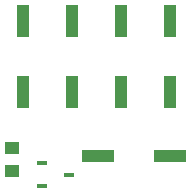
<source format=gbr>
G04 DipTrace 2.4.0.2*
%INTopPaste.gbr*%
%MOIN*%
%ADD28R,0.0511X0.0432*%
%ADD30R,0.1101X0.0392*%
%ADD32R,0.0392X0.1101*%
%ADD36R,0.0333X0.0176*%
%FSLAX44Y44*%
G04*
G70*
G90*
G75*
G01*
%LNTopPaste*%
%LPD*%
D36*
X5315Y5440D3*
Y4692D3*
X6221Y5066D3*
D32*
X4690Y10190D3*
Y7815D3*
X6315Y10190D3*
Y7815D3*
X7940Y10190D3*
Y7815D3*
X9565Y10190D3*
Y7815D3*
D30*
X7190Y5690D3*
X9565D3*
D28*
X4315Y5190D3*
Y5938D3*
M02*

</source>
